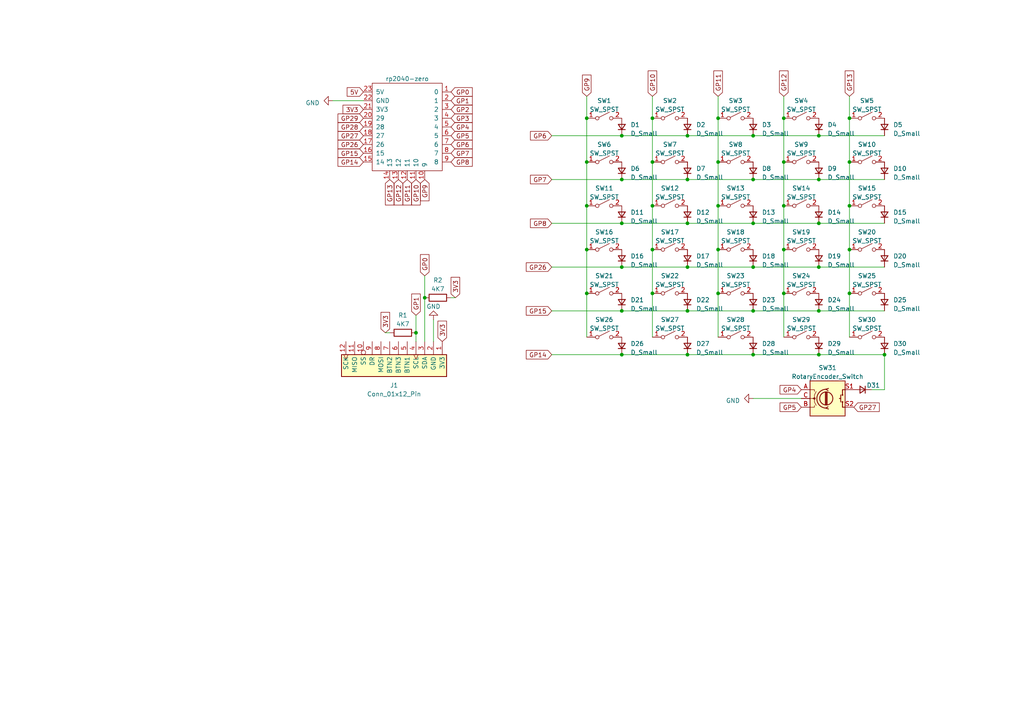
<source format=kicad_sch>
(kicad_sch (version 20230121) (generator eeschema)
  (paper "A4")
  (lib_symbols
    (symbol "Device:D_Small" (pin_numbers hide) (pin_names (offset 0.254) hide)
      (property "Reference" "D" (at -1.27 2.032 0))
      (property "Value" "D_Small" (at -3.81 -2.032 0))
      (symbol "D_Small_0_1"
        (polyline (pts (xy -0.762 -1.016) (xy -0.762 1.016)) (stroke (width 0.254)))
        (polyline (pts (xy -0.762 0) (xy 0.762 0)))
        (polyline (pts (xy 0.762 -1.016) (xy -0.762 0) (xy 0.762 1.016) (xy 0.762 -1.016)) (stroke (width 0.254)))
      )
      (symbol "D_Small_1_1"
        (pin passive line (at -2.54 0 0) (length 1.778) (name "K") (number "1"))
        (pin passive line (at 2.54 0 180) (length 1.778) (name "A") (number "2"))
      )
    )
    (symbol "Device:R" (pin_numbers hide) (pin_names (offset 0))
      (property "Reference" "R" (at 2.032 0 90))
      (property "Value" "R" (at 0 0 90))
      (symbol "R_0_1"
        (rectangle (start -1.016 -2.54) (end 1.016 2.54) (stroke (width 0.254)))
      )
      (symbol "R_1_1"
        (pin passive line (at 0 3.81 270) (length 1.27) (name "~") (number "1"))
        (pin passive line (at 0 -3.81 90) (length 1.27) (name "~") (number "2"))
      )
    )
    (symbol "Device:RotaryEncoder_Switch" (pin_names (offset 0.254) hide)
      (property "Reference" "SW" (at 0 6.604 0))
      (property "Value" "RotaryEncoder_Switch" (at 0 -6.604 0))
      (symbol "RotaryEncoder_Switch_0_1"
        (rectangle (start -5.08 5.08) (end 5.08 -5.08) (stroke (width 0.254)) (fill (type background)))
        (circle (center -3.81 0) (radius 0.254) (fill (type outline)))
        (circle (center -0.381 0) (radius 1.905) (stroke (width 0.254)))
        (arc (start -0.381 2.667) (mid -3.0988 -0.0635) (end -0.381 -2.794) (stroke (width 0.254)))
        (polyline (pts (xy -0.635 -1.778) (xy -0.635 1.778)) (stroke (width 0.254)))
        (polyline (pts (xy -0.381 -1.778) (xy -0.381 1.778)) (stroke (width 0.254)))
        (polyline (pts (xy -0.127 1.778) (xy -0.127 -1.778)) (stroke (width 0.254)))
        (polyline (pts (xy 3.81 0) (xy 3.429 0)) (stroke (width 0.254)))
        (polyline (pts (xy 3.81 1.016) (xy 3.81 -1.016)) (stroke (width 0.254)))
        (polyline (pts (xy -5.08 -2.54) (xy -3.81 -2.54) (xy -3.81 -2.032)))
        (polyline (pts (xy -5.08 2.54) (xy -3.81 2.54) (xy -3.81 2.032)))
        (polyline (pts (xy 0.254 -3.048) (xy -0.508 -2.794) (xy 0.127 -2.413)) (stroke (width 0.254)))
        (polyline (pts (xy 0.254 2.921) (xy -0.508 2.667) (xy 0.127 2.286)) (stroke (width 0.254)))
        (polyline (pts (xy 5.08 -2.54) (xy 4.318 -2.54) (xy 4.318 -1.016)) (stroke (width 0.254)))
        (polyline (pts (xy 5.08 2.54) (xy 4.318 2.54) (xy 4.318 1.016)) (stroke (width 0.254)))
        (polyline (pts (xy -5.08 0) (xy -3.81 0) (xy -3.81 -1.016) (xy -3.302 -2.032)))
        (polyline (pts (xy -4.318 0) (xy -3.81 0) (xy -3.81 1.016) (xy -3.302 2.032)))
        (circle (center 4.318 -1.016) (radius 0.127) (stroke (width 0.254)))
        (circle (center 4.318 1.016) (radius 0.127) (stroke (width 0.254)))
      )
      (symbol "RotaryEncoder_Switch_1_1"
        (pin passive line (at -7.62 2.54 0) (length 2.54) (name "A") (number "A"))
        (pin passive line (at -7.62 -2.54 0) (length 2.54) (name "B") (number "B"))
        (pin passive line (at -7.62 0 0) (length 2.54) (name "C") (number "C"))
        (pin passive line (at 7.62 2.54 180) (length 2.54) (name "S1") (number "S1"))
        (pin passive line (at 7.62 -2.54 180) (length 2.54) (name "S2") (number "S2"))
      )
    )
    (symbol "GND_1" (power) (pin_names (offset 0) hide)
      (property "Value" "GND_1" (at 0 -3.81 0))
      (symbol "GND_1_0_1"
        (polyline (pts (xy 0 0) (xy 0 -1.27) (xy 1.27 -1.27) (xy 0 -2.54) (xy -1.27 -1.27) (xy 0 -1.27)))
      )
      (symbol "GND_1_1_1"
        (pin power_in line (at 0 0 270) (length 0) hide (name "GND") (number "1"))
      )
    )
    (symbol "GND_2" (power) (pin_names (offset 0) hide)
      (property "Value" "GND_2" (at 0 -3.81 0))
      (symbol "GND_2_0_1"
        (polyline (pts (xy 0 0) (xy 0 -1.27) (xy 1.27 -1.27) (xy 0 -2.54) (xy -1.27 -1.27) (xy 0 -1.27)))
      )
      (symbol "GND_2_1_1"
        (pin power_in line (at 0 0 270) (length 0) hide (name "GND") (number "1"))
      )
    )
    (symbol "Switch:SW_SPST" (pin_names (offset 0) hide)
      (property "Reference" "SW" (at 0 3.175 0))
      (property "Value" "SW_SPST" (at 0 -2.54 0))
      (symbol "SW_SPST_0_0"
        (circle (center -2.032 0) (radius 0.508))
        (polyline (pts (xy -1.524 0.254) (xy 1.524 1.778)))
        (circle (center 2.032 0) (radius 0.508))
      )
      (symbol "SW_SPST_1_1"
        (pin passive line (at -5.08 0 0) (length 2.54) (name "A") (number "1"))
        (pin passive line (at 5.08 0 180) (length 2.54) (name "B") (number "2"))
      )
    )
    (symbol "mcu:rp2040-zero" (pin_names (offset 1.016))
      (property "Reference" "U" (at 0 15.24 0))
      (property "Value" "rp2040-zero" (at 0 12.7 0))
      (symbol "rp2040-zero_0_1"
        (rectangle (start -10.16 11.43) (end 10.16 -13.97))
      )
      (symbol "rp2040-zero_1_1"
        (pin bidirectional line (at 12.7 8.89 180) (length 2.54) (name "0") (number "1"))
        (pin bidirectional line (at 5.08 -16.51 90) (length 2.54) (name "9") (number "10"))
        (pin bidirectional line (at 2.54 -16.51 90) (length 2.54) (name "10") (number "11"))
        (pin bidirectional line (at 0 -16.51 90) (length 2.54) (name "11") (number "12"))
        (pin bidirectional line (at -2.54 -16.51 90) (length 2.54) (name "12") (number "13"))
        (pin bidirectional line (at -5.08 -16.51 90) (length 2.54) (name "13") (number "14"))
        (pin bidirectional line (at -12.7 -11.43 0) (length 2.54) (name "14") (number "15"))
        (pin bidirectional line (at -12.7 -8.89 0) (length 2.54) (name "15") (number "16"))
        (pin bidirectional line (at -12.7 -6.35 0) (length 2.54) (name "26") (number "17"))
        (pin bidirectional line (at -12.7 -3.81 0) (length 2.54) (name "27") (number "18"))
        (pin bidirectional line (at -12.7 -1.27 0) (length 2.54) (name "28") (number "19"))
        (pin bidirectional line (at 12.7 6.35 180) (length 2.54) (name "1") (number "2"))
        (pin bidirectional line (at -12.7 1.27 0) (length 2.54) (name "29") (number "20"))
        (pin power_out line (at -12.7 3.81 0) (length 2.54) (name "3V3") (number "21"))
        (pin power_out line (at -12.7 6.35 0) (length 2.54) (name "GND") (number "22"))
        (pin power_out line (at -12.7 8.89 0) (length 2.54) (name "5V") (number "23"))
        (pin bidirectional line (at 12.7 3.81 180) (length 2.54) (name "2") (number "3"))
        (pin bidirectional line (at 12.7 1.27 180) (length 2.54) (name "3") (number "4"))
        (pin bidirectional line (at 12.7 -1.27 180) (length 2.54) (name "4") (number "5"))
        (pin bidirectional line (at 12.7 -3.81 180) (length 2.54) (name "5") (number "6"))
        (pin bidirectional line (at 12.7 -6.35 180) (length 2.54) (name "6") (number "7"))
        (pin bidirectional line (at 12.7 -8.89 180) (length 2.54) (name "7") (number "8"))
        (pin bidirectional line (at 12.7 -11.43 180) (length 2.54) (name "8") (number "9"))
      )
    )
    (symbol "misc:cirque-trackpad"
      (property "Reference" "J" (at 0 20.32 0))
      (property "Value" "cirque-trackpad" (at 0 17.78 0))
      (symbol "cirque-trackpad_1_1"
        (rectangle (start -2.54 15.24) (end 3.81 -15.24) (stroke (width 0.254)) (fill (type background)))
        (pin power_in line (at -6.35 13.97 0) (length 3.81) (name "3V3") (number "1"))
        (pin input inverted (at -6.35 -8.89 0) (length 3.81) (name "SS") (number "10"))
        (pin output line (at -6.35 -11.43 0) (length 3.81) (name "MISO") (number "11"))
        (pin input clock (at -6.35 -13.97 0) (length 3.81) (name "SCK") (number "12"))
        (pin power_in line (at -6.35 11.43 0) (length 3.81) (name "GND") (number "2"))
        (pin bidirectional line (at -6.35 8.89 0) (length 3.81) (name "SDA") (number "3"))
        (pin bidirectional clock (at -6.35 6.35 0) (length 3.81) (name "SCL") (number "4"))
        (pin output line (at -6.35 3.81 0) (length 3.81) (name "BTN1") (number "5"))
        (pin output line (at -6.35 1.27 0) (length 3.81) (name "BTN3") (number "6"))
        (pin output line (at -6.35 -1.27 0) (length 3.81) (name "BTN2") (number "7"))
        (pin input line (at -6.35 -3.81 0) (length 3.81) (name "MOSI") (number "8"))
        (pin bidirectional line (at -6.35 -6.35 0) (length 3.81) (name "DR") (number "9"))
      )
    )
    (symbol "power:GND" (power) (pin_names (offset 0) hide)
      (property "Value" "GND" (at 0 -3.81 0))
      (symbol "GND_0_1"
        (polyline (pts (xy 0 0) (xy 0 -1.27) (xy 1.27 -1.27) (xy 0 -2.54) (xy -1.27 -1.27) (xy 0 -1.27)))
      )
      (symbol "GND_1_1"
        (pin power_in line (at 0 0 270) (length 0) hide (name "GND") (number "1"))
      )
    )
  )
  (junction (at 180.34 52.07))
  (junction (at 189.23 34.29))
  (junction (at 208.28 72.39))
  (junction (at 237.49 64.77))
  (junction (at 246.38 34.29))
  (junction (at 199.39 77.47))
  (junction (at 189.23 46.99))
  (junction (at 180.34 64.77))
  (junction (at 120.65 96.52))
  (junction (at 246.38 72.39))
  (junction (at 218.44 77.47))
  (junction (at 227.33 34.29))
  (junction (at 199.39 39.37))
  (junction (at 208.28 59.69))
  (junction (at 199.39 64.77))
  (junction (at 237.49 77.47))
  (junction (at 170.18 46.99))
  (junction (at 227.33 46.99))
  (junction (at 237.49 90.17))
  (junction (at 170.18 72.39))
  (junction (at 199.39 102.87))
  (junction (at 218.44 90.17))
  (junction (at 218.44 102.87))
  (junction (at 180.34 77.47))
  (junction (at 227.33 85.09))
  (junction (at 237.49 52.07))
  (junction (at 123.19 86.36))
  (junction (at 180.34 90.17))
  (junction (at 170.18 85.09))
  (junction (at 218.44 64.77))
  (junction (at 246.38 59.69))
  (junction (at 170.18 34.29))
  (junction (at 208.28 34.29))
  (junction (at 180.34 102.87))
  (junction (at 218.44 39.37))
  (junction (at 208.28 46.99))
  (junction (at 227.33 59.69))
  (junction (at 199.39 52.07))
  (junction (at 189.23 59.69))
  (junction (at 227.33 72.39))
  (junction (at 246.38 85.09))
  (junction (at 189.23 72.39))
  (junction (at 199.39 90.17))
  (junction (at 246.38 46.99))
  (junction (at 237.49 102.87))
  (junction (at 180.34 39.37))
  (junction (at 170.18 59.69))
  (junction (at 218.44 52.07))
  (junction (at 208.28 85.09))
  (junction (at 256.54 102.87))
  (junction (at 237.49 39.37))
  (junction (at 189.23 85.09))
  (wire (pts (xy 189.23 46.99) (xy 189.23 59.69)))
  (wire (pts (xy 227.33 59.69) (xy 227.33 72.39)))
  (wire (pts (xy 246.38 46.99) (xy 246.38 59.69)))
  (wire (pts (xy 246.38 27.94) (xy 246.38 34.29)))
  (wire (pts (xy 189.23 27.94) (xy 189.23 34.29)))
  (wire (pts (xy 227.33 34.29) (xy 227.33 46.99)))
  (wire (pts (xy 199.39 52.07) (xy 218.44 52.07)))
  (wire (pts (xy 120.65 96.52) (xy 120.65 99.06)))
  (wire (pts (xy 199.39 77.47) (xy 218.44 77.47)))
  (wire (pts (xy 180.34 52.07) (xy 199.39 52.07)))
  (wire (pts (xy 208.28 34.29) (xy 208.28 46.99)))
  (wire (pts (xy 160.02 52.07) (xy 180.34 52.07)))
  (wire (pts (xy 160.02 64.77) (xy 180.34 64.77)))
  (wire (pts (xy 246.38 59.69) (xy 246.38 72.39)))
  (wire (pts (xy 232.41 115.57) (xy 218.44 115.57)))
  (wire (pts (xy 227.33 27.94) (xy 227.33 34.29)))
  (wire (pts (xy 170.18 59.69) (xy 170.18 72.39)))
  (wire (pts (xy 170.18 46.99) (xy 170.18 59.69)))
  (wire (pts (xy 237.49 39.37) (xy 256.54 39.37)))
  (wire (pts (xy 246.38 85.09) (xy 246.38 97.79)))
  (wire (pts (xy 246.38 72.39) (xy 246.38 85.09)))
  (wire (pts (xy 132.08 86.36) (xy 130.81 86.36)))
  (wire (pts (xy 180.34 102.87) (xy 199.39 102.87)))
  (wire (pts (xy 237.49 102.87) (xy 256.54 102.87)))
  (wire (pts (xy 170.18 72.39) (xy 170.18 85.09)))
  (wire (pts (xy 120.65 91.44) (xy 120.65 96.52)))
  (wire (pts (xy 160.02 39.37) (xy 180.34 39.37)))
  (wire (pts (xy 208.28 27.94) (xy 208.28 34.29)))
  (wire (pts (xy 237.49 64.77) (xy 256.54 64.77)))
  (wire (pts (xy 218.44 90.17) (xy 237.49 90.17)))
  (wire (pts (xy 218.44 39.37) (xy 237.49 39.37)))
  (wire (pts (xy 237.49 90.17) (xy 256.54 90.17)))
  (wire (pts (xy 170.18 27.94) (xy 170.18 34.29)))
  (wire (pts (xy 227.33 46.99) (xy 227.33 59.69)))
  (wire (pts (xy 227.33 85.09) (xy 227.33 97.79)))
  (wire (pts (xy 96.52 29.21) (xy 105.41 29.21)))
  (wire (pts (xy 199.39 90.17) (xy 218.44 90.17)))
  (wire (pts (xy 180.34 77.47) (xy 199.39 77.47)))
  (wire (pts (xy 208.28 85.09) (xy 208.28 97.79)))
  (wire (pts (xy 123.19 80.01) (xy 123.19 86.36)))
  (wire (pts (xy 208.28 46.99) (xy 208.28 59.69)))
  (wire (pts (xy 180.34 39.37) (xy 199.39 39.37)))
  (wire (pts (xy 218.44 77.47) (xy 237.49 77.47)))
  (wire (pts (xy 218.44 52.07) (xy 237.49 52.07)))
  (wire (pts (xy 189.23 85.09) (xy 189.23 97.79)))
  (wire (pts (xy 237.49 77.47) (xy 256.54 77.47)))
  (wire (pts (xy 218.44 102.87) (xy 237.49 102.87)))
  (wire (pts (xy 111.76 96.52) (xy 113.03 96.52)))
  (wire (pts (xy 199.39 102.87) (xy 218.44 102.87)))
  (wire (pts (xy 189.23 34.29) (xy 189.23 46.99)))
  (wire (pts (xy 170.18 34.29) (xy 170.18 46.99)))
  (wire (pts (xy 256.54 113.03) (xy 252.73 113.03)))
  (wire (pts (xy 125.73 92.71) (xy 125.73 99.06)))
  (wire (pts (xy 256.54 102.87) (xy 256.54 113.03)))
  (wire (pts (xy 160.02 77.47) (xy 180.34 77.47)))
  (wire (pts (xy 189.23 59.69) (xy 189.23 72.39)))
  (wire (pts (xy 208.28 72.39) (xy 208.28 85.09)))
  (wire (pts (xy 246.38 34.29) (xy 246.38 46.99)))
  (wire (pts (xy 123.19 86.36) (xy 123.19 99.06)))
  (wire (pts (xy 237.49 52.07) (xy 256.54 52.07)))
  (wire (pts (xy 227.33 72.39) (xy 227.33 85.09)))
  (wire (pts (xy 218.44 64.77) (xy 237.49 64.77)))
  (wire (pts (xy 199.39 64.77) (xy 218.44 64.77)))
  (wire (pts (xy 189.23 72.39) (xy 189.23 85.09)))
  (wire (pts (xy 160.02 90.17) (xy 180.34 90.17)))
  (wire (pts (xy 180.34 64.77) (xy 199.39 64.77)))
  (wire (pts (xy 160.02 102.87) (xy 180.34 102.87)))
  (wire (pts (xy 199.39 39.37) (xy 218.44 39.37)))
  (wire (pts (xy 170.18 85.09) (xy 170.18 97.79)))
  (wire (pts (xy 208.28 59.69) (xy 208.28 72.39)))
  (wire (pts (xy 180.34 90.17) (xy 199.39 90.17)))
  (global_label "GP26" (shape input) (at 105.41 41.91 180) (property "Intersheetrefs" "${INTERSHEET_REFS}" (effects hide)))
  (global_label "GP13" (shape input) (at 246.38 27.94 90) (property "Intersheetrefs" "${INTERSHEET_REFS}" (effects hide)))
  (global_label "3V3" (shape input) (at 128.27 99.06 90) (property "Intersheetrefs" "${INTERSHEET_REFS}" (effects hide)))
  (global_label "GP0" (shape input) (at 130.81 26.67 0) (property "Intersheetrefs" "${INTERSHEET_REFS}" (effects hide)))
  (global_label "GP26" (shape input) (at 160.02 77.47 180) (property "Intersheetrefs" "${INTERSHEET_REFS}" (effects hide)))
  (global_label "GP15" (shape input) (at 105.41 44.45 180) (property "Intersheetrefs" "${INTERSHEET_REFS}" (effects hide)))
  (global_label "GP6" (shape input) (at 160.02 39.37 180) (property "Intersheetrefs" "${INTERSHEET_REFS}" (effects hide)))
  (global_label "GP27" (shape input) (at 247.65 118.11 0) (property "Intersheetrefs" "${INTERSHEET_REFS}" (effects hide)))
  (global_label "3V3" (shape input) (at 105.41 31.75 180) (property "Intersheetrefs" "${INTERSHEET_REFS}" (effects hide)))
  (global_label "GP28" (shape input) (at 105.41 36.83 180) (property "Intersheetrefs" "${INTERSHEET_REFS}" (effects hide)))
  (global_label "GP9" (shape input) (at 123.19 52.07 270) (property "Intersheetrefs" "${INTERSHEET_REFS}" (effects hide)))
  (global_label "GP8" (shape input) (at 130.81 46.99 0) (property "Intersheetrefs" "${INTERSHEET_REFS}" (effects hide)))
  (global_label "GP6" (shape input) (at 130.81 41.91 0) (property "Intersheetrefs" "${INTERSHEET_REFS}" (effects hide)))
  (global_label "GP3" (shape input) (at 130.81 34.29 0) (property "Intersheetrefs" "${INTERSHEET_REFS}" (effects hide)))
  (global_label "GP1" (shape input) (at 130.81 29.21 0) (property "Intersheetrefs" "${INTERSHEET_REFS}" (effects hide)))
  (global_label "GP14" (shape input) (at 105.41 46.99 180) (property "Intersheetrefs" "${INTERSHEET_REFS}" (effects hide)))
  (global_label "GP10" (shape input) (at 120.65 52.07 270) (property "Intersheetrefs" "${INTERSHEET_REFS}" (effects hide)))
  (global_label "GP14" (shape input) (at 160.02 102.87 180) (property "Intersheetrefs" "${INTERSHEET_REFS}" (effects hide)))
  (global_label "GP10" (shape input) (at 189.23 27.94 90) (property "Intersheetrefs" "${INTERSHEET_REFS}" (effects hide)))
  (global_label "GP12" (shape input) (at 227.33 27.94 90) (property "Intersheetrefs" "${INTERSHEET_REFS}" (effects hide)))
  (global_label "GP2" (shape input) (at 130.81 31.75 0) (property "Intersheetrefs" "${INTERSHEET_REFS}" (effects hide)))
  (global_label "3V3" (shape input) (at 132.08 86.36 90) (property "Intersheetrefs" "${INTERSHEET_REFS}" (effects hide)))
  (global_label "GP11" (shape input) (at 208.28 27.94 90) (property "Intersheetrefs" "${INTERSHEET_REFS}" (effects hide)))
  (global_label "GP15" (shape input) (at 160.02 90.17 180) (property "Intersheetrefs" "${INTERSHEET_REFS}" (effects hide)))
  (global_label "GP1" (shape input) (at 120.65 91.44 90) (property "Intersheetrefs" "${INTERSHEET_REFS}" (effects hide)))
  (global_label "GP8" (shape input) (at 160.02 64.77 180) (property "Intersheetrefs" "${INTERSHEET_REFS}" (effects hide)))
  (global_label "GP27" (shape input) (at 105.41 39.37 180) (property "Intersheetrefs" "${INTERSHEET_REFS}" (effects hide)))
  (global_label "GP5" (shape input) (at 130.81 39.37 0) (property "Intersheetrefs" "${INTERSHEET_REFS}" (effects hide)))
  (global_label "GP7" (shape input) (at 160.02 52.07 180) (property "Intersheetrefs" "${INTERSHEET_REFS}" (effects hide)))
  (global_label "GP9" (shape input) (at 170.18 27.94 90) (property "Intersheetrefs" "${INTERSHEET_REFS}" (effects hide)))
  (global_label "3V3" (shape input) (at 111.76 96.52 90) (property "Intersheetrefs" "${INTERSHEET_REFS}" (effects hide)))
  (global_label "GP7" (shape input) (at 130.81 44.45 0) (property "Intersheetrefs" "${INTERSHEET_REFS}" (effects hide)))
  (global_label "GP4" (shape input) (at 130.81 36.83 0) (property "Intersheetrefs" "${INTERSHEET_REFS}" (effects hide)))
  (global_label "GP4" (shape input) (at 232.41 113.03 180) (property "Intersheetrefs" "${INTERSHEET_REFS}" (effects hide)))
  (global_label "GP12" (shape input) (at 115.57 52.07 270) (property "Intersheetrefs" "${INTERSHEET_REFS}" (effects hide)))
  (global_label "GP0" (shape input) (at 123.19 80.01 90) (property "Intersheetrefs" "${INTERSHEET_REFS}" (effects hide)))
  (global_label "GP29" (shape input) (at 105.41 34.29 180) (property "Intersheetrefs" "${INTERSHEET_REFS}" (effects hide)))
  (global_label "GP5" (shape input) (at 232.41 118.11 180) (property "Intersheetrefs" "${INTERSHEET_REFS}" (effects hide)))
  (global_label "5V" (shape input) (at 105.41 26.67 180) (property "Intersheetrefs" "${INTERSHEET_REFS}" (effects hide)))
  (global_label "GP11" (shape input) (at 118.11 52.07 270) (property "Intersheetrefs" "${INTERSHEET_REFS}" (effects hide)))
  (global_label "GP13" (shape input) (at 113.03 52.07 270) (property "Intersheetrefs" "${INTERSHEET_REFS}" (effects hide)))
  (symbol (lib_id "Device:D_Small") (at 256.54 62.23 90) (unit 1)
    (property "Reference" "D15" (at 259.08 61.595 90) (effects (justify right)))
    (property "Value" "D_Small" (at 259.08 64.135 90) (effects (justify right)))
    (property "Footprint" "Diode_SMD:D_SOD-123" (effects hide))
    (property "Sim.Device" "D" (effects hide))
    (property "Sim.Pins" "1=K 2=A" (effects hide))
  )
  (symbol (lib_id "Device:D_Small") (at 180.34 49.53 90) (unit 1)
    (property "Reference" "D6" (at 182.88 48.895 90) (effects (justify right)))
    (property "Value" "D_Small" (at 182.88 51.435 90) (effects (justify right)))
    (property "Footprint" "Diode_SMD:D_SOD-123" (effects hide))
    (property "Sim.Device" "D" (effects hide))
    (property "Sim.Pins" "1=K 2=A" (effects hide))
  )
  (symbol (lib_id "Switch:SW_SPST") (at 175.26 72.39 0) (unit 1)
    (property "Reference" "SW16" (at 175.26 67.31 0))
    (property "Value" "SW_SPST" (at 175.26 69.85 0))
    (property "Footprint" "PCM_Switch_Keyboard_Kailh:SW_Kailh_Choc_V1_1.00u" (effects hide))
  )
  (symbol (lib_id "Device:D_Small") (at 237.49 62.23 90) (unit 1)
    (property "Reference" "D14" (at 240.03 61.595 90) (effects (justify right)))
    (property "Value" "D_Small" (at 240.03 64.135 90) (effects (justify right)))
    (property "Footprint" "Diode_SMD:D_SOD-123" (effects hide))
    (property "Sim.Device" "D" (effects hide))
    (property "Sim.Pins" "1=K 2=A" (effects hide))
  )
  (symbol (lib_id "Device:R") (at 127 86.36 90) (unit 1)
    (property "Reference" "R2" (at 127 81.28 90))
    (property "Value" "4K7" (at 127 83.82 90))
    (property "Footprint" "Resistor_SMD:R_0402_1005Metric" (effects hide))
  )
  (symbol (lib_id "Switch:SW_SPST") (at 232.41 46.99 0) (unit 1)
    (property "Reference" "SW9" (at 232.41 41.91 0))
    (property "Value" "SW_SPST" (at 232.41 44.45 0))
    (property "Footprint" "PCM_Switch_Keyboard_Kailh:SW_Kailh_Choc_V1_1.00u" (effects hide))
  )
  (symbol (lib_id "Switch:SW_SPST") (at 251.46 59.69 0) (unit 1)
    (property "Reference" "SW15" (at 251.46 54.61 0))
    (property "Value" "SW_SPST" (at 251.46 57.15 0))
    (property "Footprint" "PCM_Switch_Keyboard_Kailh:SW_Kailh_Choc_V1_1.00u" (effects hide))
  )
  (symbol (lib_id "Switch:SW_SPST") (at 213.36 59.69 0) (unit 1)
    (property "Reference" "SW13" (at 213.36 54.61 0))
    (property "Value" "SW_SPST" (at 213.36 57.15 0))
    (property "Footprint" "PCM_Switch_Keyboard_Kailh:SW_Kailh_Choc_V1_1.00u" (effects hide))
  )
  (symbol (lib_id "Device:D_Small") (at 256.54 74.93 90) (unit 1)
    (property "Reference" "D20" (at 259.08 74.295 90) (effects (justify right)))
    (property "Value" "D_Small" (at 259.08 76.835 90) (effects (justify right)))
    (property "Footprint" "Diode_SMD:D_SOD-123" (effects hide))
    (property "Sim.Device" "D" (effects hide))
    (property "Sim.Pins" "1=K 2=A" (effects hide))
  )
  (symbol (lib_name "GND_1") (lib_id "power:GND") (at 218.44 115.57 270) (unit 1)
    (property "Reference" "#PWR03" (effects hide))
    (property "Value" "GND" (at 214.63 116.205 90) (effects (justify right)))
  )
  (symbol (lib_id "Switch:SW_SPST") (at 194.31 59.69 0) (unit 1)
    (property "Reference" "SW12" (at 194.31 54.61 0))
    (property "Value" "SW_SPST" (at 194.31 57.15 0))
    (property "Footprint" "PCM_Switch_Keyboard_Kailh:SW_Kailh_Choc_V1_1.00u" (effects hide))
  )
  (symbol (lib_id "Device:RotaryEncoder_Switch") (at 240.03 115.57 0) (unit 1)
    (property "Reference" "SW31" (at 240.03 106.68 0))
    (property "Value" "RotaryEncoder_Switch" (at 240.03 109.22 0))
    (property "Footprint" "switch:EVQWGD001" (effects hide))
  )
  (symbol (lib_id "Device:D_Small") (at 237.49 49.53 90) (unit 1)
    (property "Reference" "D9" (at 240.03 48.895 90) (effects (justify right)))
    (property "Value" "D_Small" (at 240.03 51.435 90) (effects (justify right)))
    (property "Footprint" "Diode_SMD:D_SOD-123" (effects hide))
    (property "Sim.Device" "D" (effects hide))
    (property "Sim.Pins" "1=K 2=A" (effects hide))
  )
  (symbol (lib_id "power:GND") (at 125.73 92.71 180) (unit 1)
    (property "Reference" "#PWR02" (effects hide))
    (property "Value" "GND" (at 125.73 88.9 0))
  )
  (symbol (lib_id "Device:D_Small") (at 199.39 49.53 90) (unit 1)
    (property "Reference" "D7" (at 201.93 48.895 90) (effects (justify right)))
    (property "Value" "D_Small" (at 201.93 51.435 90) (effects (justify right)))
    (property "Footprint" "Diode_SMD:D_SOD-123" (effects hide))
    (property "Sim.Device" "D" (effects hide))
    (property "Sim.Pins" "1=K 2=A" (effects hide))
  )
  (symbol (lib_id "Device:D_Small") (at 218.44 36.83 90) (unit 1)
    (property "Reference" "D3" (at 220.98 36.195 90) (effects (justify right)))
    (property "Value" "D_Small" (at 220.98 38.735 90) (effects (justify right)))
    (property "Footprint" "Diode_SMD:D_SOD-123" (effects hide))
    (property "Sim.Device" "D" (effects hide))
    (property "Sim.Pins" "1=K 2=A" (effects hide))
  )
  (symbol (lib_id "Switch:SW_SPST") (at 213.36 34.29 0) (unit 1)
    (property "Reference" "SW3" (at 213.36 29.21 0))
    (property "Value" "SW_SPST" (at 213.36 31.75 0))
    (property "Footprint" "PCM_Switch_Keyboard_Kailh:SW_Kailh_Choc_V1_1.00u" (effects hide))
  )
  (symbol (lib_name "GND_2") (lib_id "power:GND") (at 96.52 29.21 270) (unit 1)
    (property "Reference" "#PWR01" (effects hide))
    (property "Value" "GND" (at 92.71 29.845 90) (effects (justify right)))
  )
  (symbol (lib_id "Device:D_Small") (at 237.49 36.83 90) (unit 1)
    (property "Reference" "D4" (at 240.03 36.195 90) (effects (justify right)))
    (property "Value" "D_Small" (at 240.03 38.735 90) (effects (justify right)))
    (property "Footprint" "Diode_SMD:D_SOD-123" (effects hide))
    (property "Sim.Device" "D" (effects hide))
    (property "Sim.Pins" "1=K 2=A" (effects hide))
  )
  (symbol (lib_id "Device:D_Small") (at 199.39 62.23 90) (unit 1)
    (property "Reference" "D12" (at 201.93 61.595 90) (effects (justify right)))
    (property "Value" "D_Small" (at 201.93 64.135 90) (effects (justify right)))
    (property "Footprint" "Diode_SMD:D_SOD-123" (effects hide))
    (property "Sim.Device" "D" (effects hide))
    (property "Sim.Pins" "1=K 2=A" (effects hide))
  )
  (symbol (lib_id "Switch:SW_SPST") (at 213.36 97.79 0) (unit 1)
    (property "Reference" "SW28" (at 213.36 92.71 0))
    (property "Value" "SW_SPST" (at 213.36 95.25 0))
    (property "Footprint" "PCM_Switch_Keyboard_Kailh:SW_Kailh_Choc_V1_1.00u" (effects hide))
  )
  (symbol (lib_id "Device:D_Small") (at 250.19 113.03 180) (unit 1)
    (property "Reference" "D31" (at 255.27 111.76 0) (effects (justify left)))
    (property "Value" "D_Small" (effects hide))
    (property "Footprint" "Diode_SMD:D_SOD-123" (effects hide))
    (property "Sim.Device" "D" (effects hide))
    (property "Sim.Pins" "1=K 2=A" (effects hide))
  )
  (symbol (lib_id "Device:D_Small") (at 180.34 62.23 90) (unit 1)
    (property "Reference" "D11" (at 182.88 61.595 90) (effects (justify right)))
    (property "Value" "D_Small" (at 182.88 64.135 90) (effects (justify right)))
    (property "Footprint" "Diode_SMD:D_SOD-123" (effects hide))
    (property "Sim.Device" "D" (effects hide))
    (property "Sim.Pins" "1=K 2=A" (effects hide))
  )
  (symbol (lib_id "Switch:SW_SPST") (at 175.26 34.29 0) (unit 1)
    (property "Reference" "SW1" (at 175.26 29.21 0))
    (property "Value" "SW_SPST" (at 175.26 31.75 0))
    (property "Footprint" "PCM_Switch_Keyboard_Kailh:SW_Kailh_Choc_V1_1.00u" (effects hide))
  )
  (symbol (lib_id "Switch:SW_SPST") (at 175.26 97.79 0) (unit 1)
    (property "Reference" "SW26" (at 175.26 92.71 0))
    (property "Value" "SW_SPST" (at 175.26 95.25 0))
    (property "Footprint" "PCM_Switch_Keyboard_Kailh:SW_Kailh_Choc_V1_1.00u" (effects hide))
  )
  (symbol (lib_id "mcu:rp2040-zero") (at 118.11 35.56 0) (unit 1)
    (property "Reference" "RZ1" (effects hide))
    (property "Value" "rp2040-zero" (at 118.11 22.86 0))
    (property "Footprint" "mcu:rp2040-zero-tht" (effects hide))
  )
  (symbol (lib_id "Device:D_Small") (at 199.39 74.93 90) (unit 1)
    (property "Reference" "D17" (at 201.93 74.295 90) (effects (justify right)))
    (property "Value" "D_Small" (at 201.93 76.835 90) (effects (justify right)))
    (property "Footprint" "Diode_SMD:D_SOD-123" (effects hide))
    (property "Sim.Device" "D" (effects hide))
    (property "Sim.Pins" "1=K 2=A" (effects hide))
  )
  (symbol (lib_id "Device:D_Small") (at 199.39 36.83 90) (unit 1)
    (property "Reference" "D2" (at 201.93 36.195 90) (effects (justify right)))
    (property "Value" "D_Small" (at 201.93 38.735 90) (effects (justify right)))
    (property "Footprint" "Diode_SMD:D_SOD-123" (effects hide))
    (property "Sim.Device" "D" (effects hide))
    (property "Sim.Pins" "1=K 2=A" (effects hide))
  )
  (symbol (lib_id "Switch:SW_SPST") (at 232.41 34.29 0) (unit 1)
    (property "Reference" "SW4" (at 232.41 29.21 0))
    (property "Value" "SW_SPST" (at 232.41 31.75 0))
    (property "Footprint" "PCM_Switch_Keyboard_Kailh:SW_Kailh_Choc_V1_1.00u" (effects hide))
  )
  (symbol (lib_id "Device:D_Small") (at 218.44 49.53 90) (unit 1)
    (property "Reference" "D8" (at 220.98 48.895 90) (effects (justify right)))
    (property "Value" "D_Small" (at 220.98 51.435 90) (effects (justify right)))
    (property "Footprint" "Diode_SMD:D_SOD-123" (effects hide))
    (property "Sim.Device" "D" (effects hide))
    (property "Sim.Pins" "1=K 2=A" (effects hide))
  )
  (symbol (lib_id "Switch:SW_SPST") (at 251.46 34.29 0) (unit 1)
    (property "Reference" "SW5" (at 251.46 29.21 0))
    (property "Value" "SW_SPST" (at 251.46 31.75 0))
    (property "Footprint" "PCM_Switch_Keyboard_Kailh:SW_Kailh_Choc_V1_1.00u" (effects hide))
  )
  (symbol (lib_id "Switch:SW_SPST") (at 232.41 72.39 0) (unit 1)
    (property "Reference" "SW19" (at 232.41 67.31 0))
    (property "Value" "SW_SPST" (at 232.41 69.85 0))
    (property "Footprint" "PCM_Switch_Keyboard_Kailh:SW_Kailh_Choc_V1_1.00u" (effects hide))
  )
  (symbol (lib_id "Switch:SW_SPST") (at 232.41 59.69 0) (unit 1)
    (property "Reference" "SW14" (at 232.41 54.61 0))
    (property "Value" "SW_SPST" (at 232.41 57.15 0))
    (property "Footprint" "PCM_Switch_Keyboard_Kailh:SW_Kailh_Choc_V1_1.00u" (effects hide))
  )
  (symbol (lib_id "Device:D_Small") (at 180.34 36.83 90) (unit 1)
    (property "Reference" "D1" (at 182.88 36.195 90) (effects (justify right)))
    (property "Value" "D_Small" (at 182.88 38.735 90) (effects (justify right)))
    (property "Footprint" "Diode_SMD:D_SOD-123" (effects hide))
    (property "Sim.Device" "D" (effects hide))
    (property "Sim.Pins" "1=K 2=A" (effects hide))
  )
  (symbol (lib_id "Switch:SW_SPST") (at 194.31 34.29 0) (unit 1)
    (property "Reference" "SW2" (at 194.31 29.21 0))
    (property "Value" "SW_SPST" (at 194.31 31.75 0))
    (property "Footprint" "PCM_Switch_Keyboard_Kailh:SW_Kailh_Choc_V1_1.00u" (effects hide))
  )
  (symbol (lib_id "Device:D_Small") (at 218.44 62.23 90) (unit 1)
    (property "Reference" "D13" (at 220.98 61.595 90) (effects (justify right)))
    (property "Value" "D_Small" (at 220.98 64.135 90) (effects (justify right)))
    (property "Footprint" "Diode_SMD:D_SOD-123" (effects hide))
    (property "Sim.Device" "D" (effects hide))
    (property "Sim.Pins" "1=K 2=A" (effects hide))
  )
  (symbol (lib_id "Switch:SW_SPST") (at 175.26 59.69 0) (unit 1)
    (property "Reference" "SW11" (at 175.26 54.61 0))
    (property "Value" "SW_SPST" (at 175.26 57.15 0))
    (property "Footprint" "PCM_Switch_Keyboard_Kailh:SW_Kailh_Choc_V1_1.00u" (effects hide))
  )
  (symbol (lib_id "Switch:SW_SPST") (at 232.41 85.09 0) (unit 1)
    (property "Reference" "SW24" (at 232.41 80.01 0))
    (property "Value" "SW_SPST" (at 232.41 82.55 0))
    (property "Footprint" "PCM_Switch_Keyboard_Kailh:SW_Kailh_Choc_V1_1.00u" (effects hide))
  )
  (symbol (lib_id "Device:R") (at 116.84 96.52 90) (unit 1)
    (property "Reference" "R1" (at 116.84 91.44 90))
    (property "Value" "4K7" (at 116.84 93.98 90))
    (property "Footprint" "Resistor_SMD:R_0402_1005Metric" (effects hide))
  )
  (symbol (lib_id "Device:D_Small") (at 180.34 100.33 90) (unit 1)
    (property "Reference" "D26" (at 182.88 99.695 90) (effects (justify right)))
    (property "Value" "D_Small" (at 182.88 102.235 90) (effects (justify right)))
    (property "Footprint" "Diode_SMD:D_SOD-123" (effects hide))
    (property "Sim.Device" "D" (effects hide))
    (property "Sim.Pins" "1=K 2=A" (effects hide))
  )
  (symbol (lib_id "Device:D_Small") (at 237.49 100.33 90) (unit 1)
    (property "Reference" "D29" (at 240.03 99.695 90) (effects (justify right)))
    (property "Value" "D_Small" (at 240.03 102.235 90) (effects (justify right)))
    (property "Footprint" "Diode_SMD:D_SOD-123" (effects hide))
    (property "Sim.Device" "D" (effects hide))
    (property "Sim.Pins" "1=K 2=A" (effects hide))
  )
  (symbol (lib_id "Switch:SW_SPST") (at 194.31 72.39 0) (unit 1)
    (property "Reference" "SW17" (at 194.31 67.31 0))
    (property "Value" "SW_SPST" (at 194.31 69.85 0))
    (property "Footprint" "PCM_Switch_Keyboard_Kailh:SW_Kailh_Choc_V1_1.00u" (effects hide))
  )
  (symbol (lib_id "Device:D_Small") (at 199.39 100.33 90) (unit 1)
    (property "Reference" "D27" (at 201.93 99.695 90) (effects (justify right)))
    (property "Value" "D_Small" (at 201.93 102.235 90) (effects (justify right)))
    (property "Footprint" "Diode_SMD:D_SOD-123" (effects hide))
    (property "Sim.Device" "D" (effects hide))
    (property "Sim.Pins" "1=K 2=A" (effects hide))
  )
  (symbol (lib_id "Switch:SW_SPST") (at 175.26 46.99 0) (unit 1)
    (property "Reference" "SW6" (at 175.26 41.91 0))
    (property "Value" "SW_SPST" (at 175.26 44.45 0))
    (property "Footprint" "PCM_Switch_Keyboard_Kailh:SW_Kailh_Choc_V1_1.00u" (effects hide))
  )
  (symbol (lib_id "Switch:SW_SPST") (at 194.31 97.79 0) (unit 1)
    (property "Reference" "SW27" (at 194.31 92.71 0))
    (property "Value" "SW_SPST" (at 194.31 95.25 0))
    (property "Footprint" "PCM_Switch_Keyboard_Kailh:SW_Kailh_Choc_V1_1.00u" (effects hide))
  )
  (symbol (lib_id "Device:D_Small") (at 256.54 100.33 90) (unit 1)
    (property "Reference" "D30" (at 259.08 99.695 90) (effects (justify right)))
    (property "Value" "D_Small" (at 259.08 102.235 90) (effects (justify right)))
    (property "Footprint" "Diode_SMD:D_SOD-123" (effects hide))
    (property "Sim.Device" "D" (effects hide))
    (property "Sim.Pins" "1=K 2=A" (effects hide))
  )
  (symbol (lib_id "Switch:SW_SPST") (at 251.46 97.79 0) (unit 1)
    (property "Reference" "SW30" (at 251.46 92.71 0))
    (property "Value" "SW_SPST" (at 251.46 95.25 0))
    (property "Footprint" "PCM_Switch_Keyboard_Kailh:SW_Kailh_Choc_V1_1.00u" (effects hide))
  )
  (symbol (lib_id "Switch:SW_SPST") (at 251.46 72.39 0) (unit 1)
    (property "Reference" "SW20" (at 251.46 67.31 0))
    (property "Value" "SW_SPST" (at 251.46 69.85 0))
    (property "Footprint" "PCM_Switch_Keyboard_Kailh:SW_Kailh_Choc_V1_1.00u" (effects hide))
  )
  (symbol (lib_id "Switch:SW_SPST") (at 251.46 46.99 0) (unit 1)
    (property "Reference" "SW10" (at 251.46 41.91 0))
    (property "Value" "SW_SPST" (at 251.46 44.45 0))
    (property "Footprint" "PCM_Switch_Keyboard_Kailh:SW_Kailh_Choc_V1_1.00u" (effects hide))
  )
  (symbol (lib_id "Switch:SW_SPST") (at 194.31 46.99 0) (unit 1)
    (property "Reference" "SW7" (at 194.31 41.91 0))
    (property "Value" "SW_SPST" (at 194.31 44.45 0))
    (property "Footprint" "PCM_Switch_Keyboard_Kailh:SW_Kailh_Choc_V1_1.00u" (effects hide))
  )
  (symbol (lib_id "Switch:SW_SPST") (at 232.41 97.79 0) (unit 1)
    (property "Reference" "SW29" (at 232.41 92.71 0))
    (property "Value" "SW_SPST" (at 232.41 95.25 0))
    (property "Footprint" "PCM_Switch_Keyboard_Kailh:SW_Kailh_Choc_V1_1.00u" (effects hide))
  )
  (symbol (lib_id "Device:D_Small") (at 180.34 87.63 90) (unit 1)
    (property "Reference" "D21" (at 182.88 86.995 90) (effects (justify right)))
    (property "Value" "D_Small" (at 182.88 89.535 90) (effects (justify right)))
    (property "Footprint" "Diode_SMD:D_SOD-123" (effects hide))
    (property "Sim.Device" "D" (effects hide))
    (property "Sim.Pins" "1=K 2=A" (effects hide))
  )
  (symbol (lib_id "Switch:SW_SPST") (at 251.46 85.09 0) (unit 1)
    (property "Reference" "SW25" (at 251.46 80.01 0))
    (property "Value" "SW_SPST" (at 251.46 82.55 0))
    (property "Footprint" "PCM_Switch_Keyboard_Kailh:SW_Kailh_Choc_V1_1.00u" (effects hide))
  )
  (symbol (lib_id "misc:cirque-trackpad") (at 114.3 105.41 270) (unit 1)
    (property "Reference" "J1" (at 114.3 111.76 90))
    (property "Value" "Conn_01x12_Pin" (at 114.3 114.3 90))
    (property "Footprint" "Connector_FFC-FPC:Hirose_FH12-12S-0.5SH_1x12-1MP_P0.50mm_Horizontal" (effects hide))
  )
  (symbol (lib_id "Device:D_Small") (at 218.44 74.93 90) (unit 1)
    (property "Reference" "D18" (at 220.98 74.295 90) (effects (justify right)))
    (property "Value" "D_Small" (at 220.98 76.835 90) (effects (justify right)))
    (property "Footprint" "Diode_SMD:D_SOD-123" (effects hide))
    (property "Sim.Device" "D" (effects hide))
    (property "Sim.Pins" "1=K 2=A" (effects hide))
  )
  (symbol (lib_id "Device:D_Small") (at 237.49 87.63 90) (unit 1)
    (property "Reference" "D24" (at 240.03 86.995 90) (effects (justify right)))
    (property "Value" "D_Small" (at 240.03 89.535 90) (effects (justify right)))
    (property "Footprint" "Diode_SMD:D_SOD-123" (effects hide))
    (property "Sim.Device" "D" (effects hide))
    (property "Sim.Pins" "1=K 2=A" (effects hide))
  )
  (symbol (lib_id "Switch:SW_SPST") (at 213.36 72.39 0) (unit 1)
    (property "Reference" "SW18" (at 213.36 67.31 0))
    (property "Value" "SW_SPST" (at 213.36 69.85 0))
    (property "Footprint" "PCM_Switch_Keyboard_Kailh:SW_Kailh_Choc_V1_1.00u" (effects hide))
  )
  (symbol (lib_id "Device:D_Small") (at 218.44 87.63 90) (unit 1)
    (property "Reference" "D23" (at 220.98 86.995 90) (effects (justify right)))
    (property "Value" "D_Small" (at 220.98 89.535 90) (effects (justify right)))
    (property "Footprint" "Diode_SMD:D_SOD-123" (effects hide))
    (property "Sim.Device" "D" (effects hide))
    (property "Sim.Pins" "1=K 2=A" (effects hide))
  )
  (symbol (lib_id "Switch:SW_SPST") (at 213.36 46.99 0) (unit 1)
    (property "Reference" "SW8" (at 213.36 41.91 0))
    (property "Value" "SW_SPST" (at 213.36 44.45 0))
    (property "Footprint" "PCM_Switch_Keyboard_Kailh:SW_Kailh_Choc_V1_1.00u" (effects hide))
  )
  (symbol (lib_id "Switch:SW_SPST") (at 194.31 85.09 0) (unit 1)
    (property "Reference" "SW22" (at 194.31 80.01 0))
    (property "Value" "SW_SPST" (at 194.31 82.55 0))
    (property "Footprint" "PCM_Switch_Keyboard_Kailh:SW_Kailh_Choc_V1_1.00u" (effects hide))
  )
  (symbol (lib_id "Switch:SW_SPST") (at 175.26 85.09 0) (unit 1)
    (property "Reference" "SW21" (at 175.26 80.01 0))
    (property "Value" "SW_SPST" (at 175.26 82.55 0))
    (property "Footprint" "PCM_Switch_Keyboard_Kailh:SW_Kailh_Choc_V1_1.00u" (effects hide))
  )
  (symbol (lib_id "Device:D_Small") (at 218.44 100.33 90) (unit 1)
    (property "Reference" "D28" (at 220.98 99.695 90) (effects (justify right)))
    (property "Value" "D_Small" (at 220.98 102.235 90) (effects (justify right)))
    (property "Footprint" "Diode_SMD:D_SOD-123" (effects hide))
    (property "Sim.Device" "D" (effects hide))
    (property "Sim.Pins" "1=K 2=A" (effects hide))
  )
  (symbol (lib_id "Switch:SW_SPST") (at 213.36 85.09 0) (unit 1)
    (property "Reference" "SW23" (at 213.36 80.01 0))
    (property "Value" "SW_SPST" (at 213.36 82.55 0))
    (property "Footprint" "PCM_Switch_Keyboard_Kailh:SW_Kailh_Choc_V1_1.00u" (effects hide))
  )
  (symbol (lib_id "Device:D_Small") (at 237.49 74.93 90) (unit 1)
    (property "Reference" "D19" (at 240.03 74.295 90) (effects (justify right)))
    (property "Value" "D_Small" (at 240.03 76.835 90) (effects (justify right)))
    (property "Footprint" "Diode_SMD:D_SOD-123" (effects hide))
    (property "Sim.Device" "D" (effects hide))
    (property "Sim.Pins" "1=K 2=A" (effects hide))
  )
  (symbol (lib_id "Device:D_Small") (at 199.39 87.63 90) (unit 1)
    (property "Reference" "D22" (at 201.93 86.995 90) (effects (justify right)))
    (property "Value" "D_Small" (at 201.93 89.535 90) (effects (justify right)))
    (property "Footprint" "Diode_SMD:D_SOD-123" (effects hide))
    (property "Sim.Device" "D" (effects hide))
    (property "Sim.Pins" "1=K 2=A" (effects hide))
  )
  (symbol (lib_id "Device:D_Small") (at 256.54 49.53 90) (unit 1)
    (property "Reference" "D10" (at 259.08 48.895 90) (effects (justify right)))
    (property "Value" "D_Small" (at 259.08 51.435 90) (effects (justify right)))
    (property "Footprint" "Diode_SMD:D_SOD-123" (effects hide))
    (property "Sim.Device" "D" (effects hide))
    (property "Sim.Pins" "1=K 2=A" (effects hide))
  )
  (symbol (lib_id "Device:D_Small") (at 256.54 36.83 90) (unit 1)
    (property "Reference" "D5" (at 259.08 36.195 90) (effects (justify right)))
    (property "Value" "D_Small" (at 259.08 38.735 90) (effects (justify right)))
    (property "Footprint" "Diode_SMD:D_SOD-123" (effects hide))
    (property "Sim.Device" "D" (effects hide))
    (property "Sim.Pins" "1=K 2=A" (effects hide))
  )
  (symbol (lib_id "Device:D_Small") (at 180.34 74.93 90) (unit 1)
    (property "Reference" "D16" (at 182.88 74.295 90) (effects (justify right)))
    (property "Value" "D_Small" (at 182.88 76.835 90) (effects (justify right)))
    (property "Footprint" "Diode_SMD:D_SOD-123" (effects hide))
    (property "Sim.Device" "D" (effects hide))
    (property "Sim.Pins" "1=K 2=A" (effects hide))
  )
  (symbol (lib_id "Device:D_Small") (at 256.54 87.63 90) (unit 1)
    (property "Reference" "D25" (at 259.08 86.995 90) (effects (justify right)))
    (property "Value" "D_Small" (at 259.08 89.535 90) (effects (justify right)))
    (property "Footprint" "Diode_SMD:D_SOD-123" (effects hide))
    (property "Sim.Device" "D" (effects hide))
    (property "Sim.Pins" "1=K 2=A" (effects hide))
  )
)
</source>
